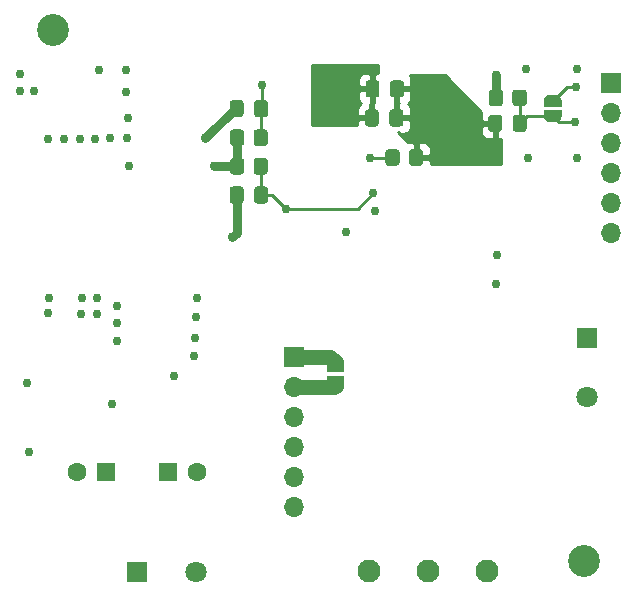
<source format=gbl>
G04 #@! TF.GenerationSoftware,KiCad,Pcbnew,(5.1.8-0-10_14)*
G04 #@! TF.CreationDate,2021-08-13T20:39:07-06:00*
G04 #@! TF.ProjectId,ESP8266_Water_Sensor,45535038-3236-4365-9f57-617465725f53,rev?*
G04 #@! TF.SameCoordinates,Original*
G04 #@! TF.FileFunction,Copper,L4,Bot*
G04 #@! TF.FilePolarity,Positive*
%FSLAX46Y46*%
G04 Gerber Fmt 4.6, Leading zero omitted, Abs format (unit mm)*
G04 Created by KiCad (PCBNEW (5.1.8-0-10_14)) date 2021-08-13 20:39:07*
%MOMM*%
%LPD*%
G01*
G04 APERTURE LIST*
G04 #@! TA.AperFunction,WasherPad*
%ADD10C,2.700000*%
G04 #@! TD*
G04 #@! TA.AperFunction,ComponentPad*
%ADD11R,1.700000X1.700000*%
G04 #@! TD*
G04 #@! TA.AperFunction,ComponentPad*
%ADD12O,1.700000X1.700000*%
G04 #@! TD*
G04 #@! TA.AperFunction,ComponentPad*
%ADD13C,1.800000*%
G04 #@! TD*
G04 #@! TA.AperFunction,ComponentPad*
%ADD14R,1.800000X1.800000*%
G04 #@! TD*
G04 #@! TA.AperFunction,SMDPad,CuDef*
%ADD15C,0.100000*%
G04 #@! TD*
G04 #@! TA.AperFunction,ComponentPad*
%ADD16C,1.950000*%
G04 #@! TD*
G04 #@! TA.AperFunction,ComponentPad*
%ADD17C,1.600000*%
G04 #@! TD*
G04 #@! TA.AperFunction,ComponentPad*
%ADD18R,1.600000X1.600000*%
G04 #@! TD*
G04 #@! TA.AperFunction,ViaPad*
%ADD19C,0.762000*%
G04 #@! TD*
G04 #@! TA.AperFunction,Conductor*
%ADD20C,0.762000*%
G04 #@! TD*
G04 #@! TA.AperFunction,Conductor*
%ADD21C,1.270000*%
G04 #@! TD*
G04 #@! TA.AperFunction,Conductor*
%ADD22C,0.254000*%
G04 #@! TD*
G04 #@! TA.AperFunction,Conductor*
%ADD23C,0.100000*%
G04 #@! TD*
G04 APERTURE END LIST*
D10*
X252730000Y-125730000D03*
G04 #@! TA.AperFunction,SMDPad,CuDef*
G36*
G01*
X234214000Y-86225400D02*
X234214000Y-85275400D01*
G75*
G02*
X234464000Y-85025400I250000J0D01*
G01*
X235139000Y-85025400D01*
G75*
G02*
X235389000Y-85275400I0J-250000D01*
G01*
X235389000Y-86225400D01*
G75*
G02*
X235139000Y-86475400I-250000J0D01*
G01*
X234464000Y-86475400D01*
G75*
G02*
X234214000Y-86225400I0J250000D01*
G01*
G37*
G04 #@! TD.AperFunction*
G04 #@! TA.AperFunction,SMDPad,CuDef*
G36*
G01*
X236289000Y-86225400D02*
X236289000Y-85275400D01*
G75*
G02*
X236539000Y-85025400I250000J0D01*
G01*
X237214000Y-85025400D01*
G75*
G02*
X237464000Y-85275400I0J-250000D01*
G01*
X237464000Y-86225400D01*
G75*
G02*
X237214000Y-86475400I-250000J0D01*
G01*
X236539000Y-86475400D01*
G75*
G02*
X236289000Y-86225400I0J250000D01*
G01*
G37*
G04 #@! TD.AperFunction*
G04 #@! TA.AperFunction,SMDPad,CuDef*
G36*
G01*
X234163200Y-88689200D02*
X234163200Y-87739200D01*
G75*
G02*
X234413200Y-87489200I250000J0D01*
G01*
X235088200Y-87489200D01*
G75*
G02*
X235338200Y-87739200I0J-250000D01*
G01*
X235338200Y-88689200D01*
G75*
G02*
X235088200Y-88939200I-250000J0D01*
G01*
X234413200Y-88939200D01*
G75*
G02*
X234163200Y-88689200I0J250000D01*
G01*
G37*
G04 #@! TD.AperFunction*
G04 #@! TA.AperFunction,SMDPad,CuDef*
G36*
G01*
X236238200Y-88689200D02*
X236238200Y-87739200D01*
G75*
G02*
X236488200Y-87489200I250000J0D01*
G01*
X237163200Y-87489200D01*
G75*
G02*
X237413200Y-87739200I0J-250000D01*
G01*
X237413200Y-88689200D01*
G75*
G02*
X237163200Y-88939200I-250000J0D01*
G01*
X236488200Y-88939200D01*
G75*
G02*
X236238200Y-88689200I0J250000D01*
G01*
G37*
G04 #@! TD.AperFunction*
G04 #@! TA.AperFunction,SMDPad,CuDef*
G36*
G01*
X223882800Y-86951800D02*
X223882800Y-87901800D01*
G75*
G02*
X223632800Y-88151800I-250000J0D01*
G01*
X222957800Y-88151800D01*
G75*
G02*
X222707800Y-87901800I0J250000D01*
G01*
X222707800Y-86951800D01*
G75*
G02*
X222957800Y-86701800I250000J0D01*
G01*
X223632800Y-86701800D01*
G75*
G02*
X223882800Y-86951800I0J-250000D01*
G01*
G37*
G04 #@! TD.AperFunction*
G04 #@! TA.AperFunction,SMDPad,CuDef*
G36*
G01*
X225957800Y-86951800D02*
X225957800Y-87901800D01*
G75*
G02*
X225707800Y-88151800I-250000J0D01*
G01*
X225032800Y-88151800D01*
G75*
G02*
X224782800Y-87901800I0J250000D01*
G01*
X224782800Y-86951800D01*
G75*
G02*
X225032800Y-86701800I250000J0D01*
G01*
X225707800Y-86701800D01*
G75*
G02*
X225957800Y-86951800I0J-250000D01*
G01*
G37*
G04 #@! TD.AperFunction*
G04 #@! TA.AperFunction,SMDPad,CuDef*
G36*
G01*
X247852600Y-88196400D02*
X247852600Y-89146400D01*
G75*
G02*
X247602600Y-89396400I-250000J0D01*
G01*
X246927600Y-89396400D01*
G75*
G02*
X246677600Y-89146400I0J250000D01*
G01*
X246677600Y-88196400D01*
G75*
G02*
X246927600Y-87946400I250000J0D01*
G01*
X247602600Y-87946400D01*
G75*
G02*
X247852600Y-88196400I0J-250000D01*
G01*
G37*
G04 #@! TD.AperFunction*
G04 #@! TA.AperFunction,SMDPad,CuDef*
G36*
G01*
X245777600Y-88196400D02*
X245777600Y-89146400D01*
G75*
G02*
X245527600Y-89396400I-250000J0D01*
G01*
X244852600Y-89396400D01*
G75*
G02*
X244602600Y-89146400I0J250000D01*
G01*
X244602600Y-88196400D01*
G75*
G02*
X244852600Y-87946400I250000J0D01*
G01*
X245527600Y-87946400D01*
G75*
G02*
X245777600Y-88196400I0J-250000D01*
G01*
G37*
G04 #@! TD.AperFunction*
G04 #@! TA.AperFunction,SMDPad,CuDef*
G36*
G01*
X225957800Y-94267000D02*
X225957800Y-95217000D01*
G75*
G02*
X225707800Y-95467000I-250000J0D01*
G01*
X225032800Y-95467000D01*
G75*
G02*
X224782800Y-95217000I0J250000D01*
G01*
X224782800Y-94267000D01*
G75*
G02*
X225032800Y-94017000I250000J0D01*
G01*
X225707800Y-94017000D01*
G75*
G02*
X225957800Y-94267000I0J-250000D01*
G01*
G37*
G04 #@! TD.AperFunction*
G04 #@! TA.AperFunction,SMDPad,CuDef*
G36*
G01*
X223882800Y-94267000D02*
X223882800Y-95217000D01*
G75*
G02*
X223632800Y-95467000I-250000J0D01*
G01*
X222957800Y-95467000D01*
G75*
G02*
X222707800Y-95217000I0J250000D01*
G01*
X222707800Y-94267000D01*
G75*
G02*
X222957800Y-94017000I250000J0D01*
G01*
X223632800Y-94017000D01*
G75*
G02*
X223882800Y-94267000I0J-250000D01*
G01*
G37*
G04 #@! TD.AperFunction*
D11*
X228142800Y-108458000D03*
D12*
X228142800Y-110998000D03*
X228142800Y-113538000D03*
X228142800Y-116078000D03*
X228142800Y-118618000D03*
X228142800Y-121158000D03*
D13*
X219884000Y-126644400D03*
D14*
X214884000Y-126644400D03*
X252984000Y-106832400D03*
D13*
X252984000Y-111832400D03*
D12*
X254965200Y-97942400D03*
X254965200Y-95402400D03*
X254965200Y-92862400D03*
X254965200Y-90322400D03*
X254965200Y-87782400D03*
D11*
X254965200Y-85242400D03*
G04 #@! TA.AperFunction,SMDPad,CuDef*
D15*
G36*
X232422798Y-110530400D02*
G01*
X232422798Y-110554934D01*
X232417988Y-110603765D01*
X232408416Y-110651890D01*
X232394172Y-110698845D01*
X232375395Y-110744178D01*
X232352264Y-110787451D01*
X232325004Y-110828250D01*
X232293876Y-110866179D01*
X232259179Y-110900876D01*
X232221250Y-110932004D01*
X232180451Y-110959264D01*
X232137178Y-110982395D01*
X232091845Y-111001172D01*
X232044890Y-111015416D01*
X231996765Y-111024988D01*
X231947934Y-111029798D01*
X231923400Y-111029798D01*
X231923400Y-111030400D01*
X231423400Y-111030400D01*
X231423400Y-111029798D01*
X231398866Y-111029798D01*
X231350035Y-111024988D01*
X231301910Y-111015416D01*
X231254955Y-111001172D01*
X231209622Y-110982395D01*
X231166349Y-110959264D01*
X231125550Y-110932004D01*
X231087621Y-110900876D01*
X231052924Y-110866179D01*
X231021796Y-110828250D01*
X230994536Y-110787451D01*
X230971405Y-110744178D01*
X230952628Y-110698845D01*
X230938384Y-110651890D01*
X230928812Y-110603765D01*
X230924002Y-110554934D01*
X230924002Y-110530400D01*
X230923400Y-110530400D01*
X230923400Y-110030400D01*
X232423400Y-110030400D01*
X232423400Y-110530400D01*
X232422798Y-110530400D01*
G37*
G04 #@! TD.AperFunction*
G04 #@! TA.AperFunction,SMDPad,CuDef*
G36*
X230923400Y-109730400D02*
G01*
X230923400Y-109230400D01*
X230924002Y-109230400D01*
X230924002Y-109205866D01*
X230928812Y-109157035D01*
X230938384Y-109108910D01*
X230952628Y-109061955D01*
X230971405Y-109016622D01*
X230994536Y-108973349D01*
X231021796Y-108932550D01*
X231052924Y-108894621D01*
X231087621Y-108859924D01*
X231125550Y-108828796D01*
X231166349Y-108801536D01*
X231209622Y-108778405D01*
X231254955Y-108759628D01*
X231301910Y-108745384D01*
X231350035Y-108735812D01*
X231398866Y-108731002D01*
X231423400Y-108731002D01*
X231423400Y-108730400D01*
X231923400Y-108730400D01*
X231923400Y-108731002D01*
X231947934Y-108731002D01*
X231996765Y-108735812D01*
X232044890Y-108745384D01*
X232091845Y-108759628D01*
X232137178Y-108778405D01*
X232180451Y-108801536D01*
X232221250Y-108828796D01*
X232259179Y-108859924D01*
X232293876Y-108894621D01*
X232325004Y-108932550D01*
X232352264Y-108973349D01*
X232375395Y-109016622D01*
X232394172Y-109061955D01*
X232408416Y-109108910D01*
X232417988Y-109157035D01*
X232422798Y-109205866D01*
X232422798Y-109230400D01*
X232423400Y-109230400D01*
X232423400Y-109730400D01*
X230923400Y-109730400D01*
G37*
G04 #@! TD.AperFunction*
G04 #@! TA.AperFunction,SMDPad,CuDef*
G36*
X249313000Y-87251400D02*
G01*
X249313000Y-86751400D01*
X249313602Y-86751400D01*
X249313602Y-86726866D01*
X249318412Y-86678035D01*
X249327984Y-86629910D01*
X249342228Y-86582955D01*
X249361005Y-86537622D01*
X249384136Y-86494349D01*
X249411396Y-86453550D01*
X249442524Y-86415621D01*
X249477221Y-86380924D01*
X249515150Y-86349796D01*
X249555949Y-86322536D01*
X249599222Y-86299405D01*
X249644555Y-86280628D01*
X249691510Y-86266384D01*
X249739635Y-86256812D01*
X249788466Y-86252002D01*
X249813000Y-86252002D01*
X249813000Y-86251400D01*
X250313000Y-86251400D01*
X250313000Y-86252002D01*
X250337534Y-86252002D01*
X250386365Y-86256812D01*
X250434490Y-86266384D01*
X250481445Y-86280628D01*
X250526778Y-86299405D01*
X250570051Y-86322536D01*
X250610850Y-86349796D01*
X250648779Y-86380924D01*
X250683476Y-86415621D01*
X250714604Y-86453550D01*
X250741864Y-86494349D01*
X250764995Y-86537622D01*
X250783772Y-86582955D01*
X250798016Y-86629910D01*
X250807588Y-86678035D01*
X250812398Y-86726866D01*
X250812398Y-86751400D01*
X250813000Y-86751400D01*
X250813000Y-87251400D01*
X249313000Y-87251400D01*
G37*
G04 #@! TD.AperFunction*
G04 #@! TA.AperFunction,SMDPad,CuDef*
G36*
X250812398Y-88051400D02*
G01*
X250812398Y-88075934D01*
X250807588Y-88124765D01*
X250798016Y-88172890D01*
X250783772Y-88219845D01*
X250764995Y-88265178D01*
X250741864Y-88308451D01*
X250714604Y-88349250D01*
X250683476Y-88387179D01*
X250648779Y-88421876D01*
X250610850Y-88453004D01*
X250570051Y-88480264D01*
X250526778Y-88503395D01*
X250481445Y-88522172D01*
X250434490Y-88536416D01*
X250386365Y-88545988D01*
X250337534Y-88550798D01*
X250313000Y-88550798D01*
X250313000Y-88551400D01*
X249813000Y-88551400D01*
X249813000Y-88550798D01*
X249788466Y-88550798D01*
X249739635Y-88545988D01*
X249691510Y-88536416D01*
X249644555Y-88522172D01*
X249599222Y-88503395D01*
X249555949Y-88480264D01*
X249515150Y-88453004D01*
X249477221Y-88421876D01*
X249442524Y-88387179D01*
X249411396Y-88349250D01*
X249384136Y-88308451D01*
X249361005Y-88265178D01*
X249342228Y-88219845D01*
X249327984Y-88172890D01*
X249318412Y-88124765D01*
X249313602Y-88075934D01*
X249313602Y-88051400D01*
X249313000Y-88051400D01*
X249313000Y-87551400D01*
X250813000Y-87551400D01*
X250813000Y-88051400D01*
X250812398Y-88051400D01*
G37*
G04 #@! TD.AperFunction*
G04 #@! TA.AperFunction,SMDPad,CuDef*
G36*
G01*
X222732800Y-90340601D02*
X222732800Y-89440599D01*
G75*
G02*
X222982799Y-89190600I249999J0D01*
G01*
X223682801Y-89190600D01*
G75*
G02*
X223932800Y-89440599I0J-249999D01*
G01*
X223932800Y-90340601D01*
G75*
G02*
X223682801Y-90590600I-249999J0D01*
G01*
X222982799Y-90590600D01*
G75*
G02*
X222732800Y-90340601I0J249999D01*
G01*
G37*
G04 #@! TD.AperFunction*
G04 #@! TA.AperFunction,SMDPad,CuDef*
G36*
G01*
X224732800Y-90340601D02*
X224732800Y-89440599D01*
G75*
G02*
X224982799Y-89190600I249999J0D01*
G01*
X225682801Y-89190600D01*
G75*
G02*
X225932800Y-89440599I0J-249999D01*
G01*
X225932800Y-90340601D01*
G75*
G02*
X225682801Y-90590600I-249999J0D01*
G01*
X224982799Y-90590600D01*
G75*
G02*
X224732800Y-90340601I0J249999D01*
G01*
G37*
G04 #@! TD.AperFunction*
G04 #@! TA.AperFunction,SMDPad,CuDef*
G36*
G01*
X244653000Y-86962401D02*
X244653000Y-86062399D01*
G75*
G02*
X244902999Y-85812400I249999J0D01*
G01*
X245603001Y-85812400D01*
G75*
G02*
X245853000Y-86062399I0J-249999D01*
G01*
X245853000Y-86962401D01*
G75*
G02*
X245603001Y-87212400I-249999J0D01*
G01*
X244902999Y-87212400D01*
G75*
G02*
X244653000Y-86962401I0J249999D01*
G01*
G37*
G04 #@! TD.AperFunction*
G04 #@! TA.AperFunction,SMDPad,CuDef*
G36*
G01*
X246653000Y-86962401D02*
X246653000Y-86062399D01*
G75*
G02*
X246902999Y-85812400I249999J0D01*
G01*
X247603001Y-85812400D01*
G75*
G02*
X247853000Y-86062399I0J-249999D01*
G01*
X247853000Y-86962401D01*
G75*
G02*
X247603001Y-87212400I-249999J0D01*
G01*
X246902999Y-87212400D01*
G75*
G02*
X246653000Y-86962401I0J249999D01*
G01*
G37*
G04 #@! TD.AperFunction*
G04 #@! TA.AperFunction,SMDPad,CuDef*
G36*
G01*
X222732800Y-92753601D02*
X222732800Y-91853599D01*
G75*
G02*
X222982799Y-91603600I249999J0D01*
G01*
X223682801Y-91603600D01*
G75*
G02*
X223932800Y-91853599I0J-249999D01*
G01*
X223932800Y-92753601D01*
G75*
G02*
X223682801Y-93003600I-249999J0D01*
G01*
X222982799Y-93003600D01*
G75*
G02*
X222732800Y-92753601I0J249999D01*
G01*
G37*
G04 #@! TD.AperFunction*
G04 #@! TA.AperFunction,SMDPad,CuDef*
G36*
G01*
X224732800Y-92753601D02*
X224732800Y-91853599D01*
G75*
G02*
X224982799Y-91603600I249999J0D01*
G01*
X225682801Y-91603600D01*
G75*
G02*
X225932800Y-91853599I0J-249999D01*
G01*
X225932800Y-92753601D01*
G75*
G02*
X225682801Y-93003600I-249999J0D01*
G01*
X224982799Y-93003600D01*
G75*
G02*
X224732800Y-92753601I0J249999D01*
G01*
G37*
G04 #@! TD.AperFunction*
G04 #@! TA.AperFunction,SMDPad,CuDef*
G36*
G01*
X237890000Y-92017001D02*
X237890000Y-91116999D01*
G75*
G02*
X238139999Y-90867000I249999J0D01*
G01*
X238840001Y-90867000D01*
G75*
G02*
X239090000Y-91116999I0J-249999D01*
G01*
X239090000Y-92017001D01*
G75*
G02*
X238840001Y-92267000I-249999J0D01*
G01*
X238139999Y-92267000D01*
G75*
G02*
X237890000Y-92017001I0J249999D01*
G01*
G37*
G04 #@! TD.AperFunction*
G04 #@! TA.AperFunction,SMDPad,CuDef*
G36*
G01*
X235890000Y-92017001D02*
X235890000Y-91116999D01*
G75*
G02*
X236139999Y-90867000I249999J0D01*
G01*
X236840001Y-90867000D01*
G75*
G02*
X237090000Y-91116999I0J-249999D01*
G01*
X237090000Y-92017001D01*
G75*
G02*
X236840001Y-92267000I-249999J0D01*
G01*
X236139999Y-92267000D01*
G75*
G02*
X235890000Y-92017001I0J249999D01*
G01*
G37*
G04 #@! TD.AperFunction*
D16*
X234492800Y-126593600D03*
X239492800Y-126593600D03*
X244492800Y-126593600D03*
D17*
X209742400Y-118211600D03*
D18*
X212242400Y-118211600D03*
X217474800Y-118211600D03*
D17*
X219974800Y-118211600D03*
D10*
X207772000Y-80772000D03*
D19*
X210007200Y-89966800D03*
X211328000Y-89966800D03*
X212598000Y-89916000D03*
X208686400Y-89966800D03*
X207365600Y-90017600D03*
X214020400Y-89916000D03*
X214071200Y-88239600D03*
X214223600Y-92303600D03*
X230331600Y-84069600D03*
X234793200Y-84069600D03*
X245287800Y-102285800D03*
X221386400Y-92303600D03*
X245253000Y-84547200D03*
X205536800Y-110642400D03*
X205740000Y-116535200D03*
X207416400Y-103428800D03*
X207365600Y-104698800D03*
X206146400Y-85953600D03*
X204927200Y-85953600D03*
X204927200Y-84531200D03*
X211632800Y-84124800D03*
X213918800Y-84124800D03*
X213969600Y-86004400D03*
X219913200Y-103479600D03*
X219862400Y-105054400D03*
X219811600Y-106883200D03*
X219710000Y-108407200D03*
X217982800Y-110032800D03*
X247802400Y-84074000D03*
X252116000Y-84069600D03*
X247977610Y-91569600D03*
X252143200Y-91569600D03*
X234994000Y-96069600D03*
X232550000Y-97879200D03*
X220624400Y-89930800D03*
X222946400Y-98262000D03*
X245313200Y-99822000D03*
X242400000Y-87495200D03*
X238988600Y-85267800D03*
X238912400Y-86588600D03*
X238937800Y-88214200D03*
X238887000Y-89712800D03*
X245135400Y-91186000D03*
X212734400Y-112455200D03*
X210210400Y-103428800D03*
X211480400Y-103428800D03*
X210159600Y-104851200D03*
X211480400Y-104851200D03*
X213156800Y-104140000D03*
X213156800Y-105562400D03*
X213156800Y-107086400D03*
X225414400Y-85430800D03*
X251917000Y-88569600D03*
X227460400Y-95888400D03*
X234879200Y-94569600D03*
X252015800Y-85569600D03*
X234594400Y-91567000D03*
D20*
X223332800Y-89890600D02*
X223332800Y-92303600D01*
X223332800Y-92303600D02*
X221386400Y-92303600D01*
X221386400Y-92303600D02*
X221386400Y-92303600D01*
X245253000Y-86512400D02*
X245253000Y-84547200D01*
X245253000Y-84547200D02*
X245253000Y-84547200D01*
D21*
X231244010Y-108458000D02*
X231673400Y-108887390D01*
X228142800Y-108458000D02*
X231244010Y-108458000D01*
D20*
X223295300Y-97913100D02*
X222946400Y-98262000D01*
X223295300Y-94742000D02*
X223295300Y-97913100D01*
X223128400Y-87426800D02*
X220624400Y-89930800D01*
X223295300Y-87426800D02*
X223128400Y-87426800D01*
D22*
X225414400Y-87382700D02*
X225370300Y-87426800D01*
X225414400Y-85430800D02*
X225414400Y-87382700D01*
X225370300Y-89853100D02*
X225332800Y-89890600D01*
X225370300Y-87426800D02*
X225370300Y-89853100D01*
X250581200Y-88569600D02*
X250063000Y-88051400D01*
X251917000Y-88569600D02*
X250581200Y-88569600D01*
X247885100Y-88051400D02*
X247265100Y-88671400D01*
X250063000Y-88051400D02*
X247885100Y-88051400D01*
X247265100Y-86524500D02*
X247253000Y-86512400D01*
X247265100Y-88671400D02*
X247265100Y-86524500D01*
X225332800Y-94704500D02*
X225370300Y-94742000D01*
X225332800Y-92303600D02*
X225332800Y-94704500D01*
X226314000Y-94742000D02*
X227460400Y-95888400D01*
X225370300Y-94742000D02*
X226314000Y-94742000D01*
X233560400Y-95888400D02*
X234879200Y-94569600D01*
X227460400Y-95888400D02*
X233560400Y-95888400D01*
D21*
X231548810Y-110998000D02*
X231673400Y-110873410D01*
X228142800Y-110998000D02*
X231548810Y-110998000D01*
D22*
X251244800Y-85569600D02*
X250063000Y-86751400D01*
X252015800Y-85569600D02*
X251244800Y-85569600D01*
X236490000Y-91567000D02*
X234594400Y-91567000D01*
X234594400Y-91567000D02*
X234594400Y-91567000D01*
X235254800Y-84388694D02*
X235087250Y-84390400D01*
X234928500Y-84549150D01*
X234928500Y-85623400D01*
X234948500Y-85623400D01*
X234948500Y-85877400D01*
X234928500Y-85877400D01*
X234928500Y-86951650D01*
X234933750Y-86956900D01*
X234877700Y-87012950D01*
X234877700Y-88087200D01*
X234897700Y-88087200D01*
X234897700Y-88341200D01*
X234877700Y-88341200D01*
X234877700Y-88361200D01*
X234623700Y-88361200D01*
X234623700Y-88341200D01*
X233686950Y-88341200D01*
X233528200Y-88499950D01*
X233525935Y-88823800D01*
X229641400Y-88823800D01*
X229641400Y-87489200D01*
X233525128Y-87489200D01*
X233528200Y-87928450D01*
X233686950Y-88087200D01*
X234623700Y-88087200D01*
X234623700Y-87012950D01*
X234618450Y-87007700D01*
X234674500Y-86951650D01*
X234674500Y-85877400D01*
X233737750Y-85877400D01*
X233579000Y-86036150D01*
X233575928Y-86475400D01*
X233588188Y-86599882D01*
X233624498Y-86719580D01*
X233683463Y-86829894D01*
X233762815Y-86926585D01*
X233805304Y-86961455D01*
X233712015Y-87038015D01*
X233632663Y-87134706D01*
X233573698Y-87245020D01*
X233537388Y-87364718D01*
X233525128Y-87489200D01*
X229641400Y-87489200D01*
X229641400Y-85025400D01*
X233575928Y-85025400D01*
X233579000Y-85464650D01*
X233737750Y-85623400D01*
X234674500Y-85623400D01*
X234674500Y-84549150D01*
X234515750Y-84390400D01*
X234214000Y-84387328D01*
X234089518Y-84399588D01*
X233969820Y-84435898D01*
X233859506Y-84494863D01*
X233762815Y-84574215D01*
X233683463Y-84670906D01*
X233624498Y-84781220D01*
X233588188Y-84900918D01*
X233575928Y-85025400D01*
X229641400Y-85025400D01*
X229641400Y-83769200D01*
X235254800Y-83769200D01*
X235254800Y-84388694D01*
G04 #@! TA.AperFunction,Conductor*
D23*
G36*
X235254800Y-84388694D02*
G01*
X235087250Y-84390400D01*
X234928500Y-84549150D01*
X234928500Y-85623400D01*
X234948500Y-85623400D01*
X234948500Y-85877400D01*
X234928500Y-85877400D01*
X234928500Y-86951650D01*
X234933750Y-86956900D01*
X234877700Y-87012950D01*
X234877700Y-88087200D01*
X234897700Y-88087200D01*
X234897700Y-88341200D01*
X234877700Y-88341200D01*
X234877700Y-88361200D01*
X234623700Y-88361200D01*
X234623700Y-88341200D01*
X233686950Y-88341200D01*
X233528200Y-88499950D01*
X233525935Y-88823800D01*
X229641400Y-88823800D01*
X229641400Y-87489200D01*
X233525128Y-87489200D01*
X233528200Y-87928450D01*
X233686950Y-88087200D01*
X234623700Y-88087200D01*
X234623700Y-87012950D01*
X234618450Y-87007700D01*
X234674500Y-86951650D01*
X234674500Y-85877400D01*
X233737750Y-85877400D01*
X233579000Y-86036150D01*
X233575928Y-86475400D01*
X233588188Y-86599882D01*
X233624498Y-86719580D01*
X233683463Y-86829894D01*
X233762815Y-86926585D01*
X233805304Y-86961455D01*
X233712015Y-87038015D01*
X233632663Y-87134706D01*
X233573698Y-87245020D01*
X233537388Y-87364718D01*
X233525128Y-87489200D01*
X229641400Y-87489200D01*
X229641400Y-85025400D01*
X233575928Y-85025400D01*
X233579000Y-85464650D01*
X233737750Y-85623400D01*
X234674500Y-85623400D01*
X234674500Y-84549150D01*
X234515750Y-84390400D01*
X234214000Y-84387328D01*
X234089518Y-84399588D01*
X233969820Y-84435898D01*
X233859506Y-84494863D01*
X233762815Y-84574215D01*
X233683463Y-84670906D01*
X233624498Y-84781220D01*
X233588188Y-84900918D01*
X233575928Y-85025400D01*
X229641400Y-85025400D01*
X229641400Y-83769200D01*
X235254800Y-83769200D01*
X235254800Y-84388694D01*
G37*
G04 #@! TD.AperFunction*
D22*
X244030416Y-87669822D02*
X244013098Y-87702220D01*
X243976788Y-87821918D01*
X243964528Y-87946400D01*
X243967600Y-88385650D01*
X244126350Y-88544400D01*
X245063100Y-88544400D01*
X245063100Y-88524400D01*
X245317100Y-88524400D01*
X245317100Y-88544400D01*
X245337100Y-88544400D01*
X245337100Y-88798400D01*
X245317100Y-88798400D01*
X245317100Y-89872650D01*
X245475850Y-90031400D01*
X245668800Y-90033364D01*
X245668800Y-92125800D01*
X239727025Y-92125800D01*
X239725000Y-91852750D01*
X239566250Y-91694000D01*
X238617000Y-91694000D01*
X238617000Y-91714000D01*
X238363000Y-91714000D01*
X238363000Y-91694000D01*
X238343000Y-91694000D01*
X238343000Y-91440000D01*
X238363000Y-91440000D01*
X238363000Y-90390750D01*
X238617000Y-90390750D01*
X238617000Y-91440000D01*
X239566250Y-91440000D01*
X239725000Y-91281250D01*
X239728072Y-90867000D01*
X239715812Y-90742518D01*
X239679502Y-90622820D01*
X239620537Y-90512506D01*
X239541185Y-90415815D01*
X239444494Y-90336463D01*
X239334180Y-90277498D01*
X239214482Y-90241188D01*
X239090000Y-90228928D01*
X238775750Y-90232000D01*
X238617000Y-90390750D01*
X238363000Y-90390750D01*
X238204250Y-90232000D01*
X237890000Y-90228928D01*
X237766133Y-90241127D01*
X236952702Y-89427696D01*
X236952702Y-89415452D01*
X237111450Y-89574200D01*
X237413200Y-89577272D01*
X237537682Y-89565012D01*
X237657380Y-89528702D01*
X237767694Y-89469737D01*
X237857055Y-89396400D01*
X243964528Y-89396400D01*
X243976788Y-89520882D01*
X244013098Y-89640580D01*
X244072063Y-89750894D01*
X244151415Y-89847585D01*
X244248106Y-89926937D01*
X244358420Y-89985902D01*
X244478118Y-90022212D01*
X244602600Y-90034472D01*
X244904350Y-90031400D01*
X245063100Y-89872650D01*
X245063100Y-88798400D01*
X244126350Y-88798400D01*
X243967600Y-88957150D01*
X243964528Y-89396400D01*
X237857055Y-89396400D01*
X237864385Y-89390385D01*
X237943737Y-89293694D01*
X238002702Y-89183380D01*
X238039012Y-89063682D01*
X238051272Y-88939200D01*
X238048200Y-88499950D01*
X237889450Y-88341200D01*
X236952700Y-88341200D01*
X236952700Y-88361200D01*
X236698700Y-88361200D01*
X236698700Y-88341200D01*
X236678700Y-88341200D01*
X236678700Y-88087200D01*
X236698700Y-88087200D01*
X236698700Y-87012950D01*
X236952700Y-87012950D01*
X236952700Y-88087200D01*
X237889450Y-88087200D01*
X238048200Y-87928450D01*
X238051272Y-87489200D01*
X238039012Y-87364718D01*
X238002702Y-87245020D01*
X237943737Y-87134706D01*
X237864385Y-87038015D01*
X237821896Y-87003145D01*
X237915185Y-86926585D01*
X237994537Y-86829894D01*
X238053502Y-86719580D01*
X238089812Y-86599882D01*
X238102072Y-86475400D01*
X238099000Y-86036150D01*
X237940250Y-85877400D01*
X237003500Y-85877400D01*
X237003500Y-86951650D01*
X237008750Y-86956900D01*
X236952700Y-87012950D01*
X236698700Y-87012950D01*
X236693450Y-87007700D01*
X236749500Y-86951650D01*
X236749500Y-85877400D01*
X236729500Y-85877400D01*
X236729500Y-85623400D01*
X236749500Y-85623400D01*
X236749500Y-85603400D01*
X237003500Y-85603400D01*
X237003500Y-85623400D01*
X237940250Y-85623400D01*
X238099000Y-85464650D01*
X238102072Y-85025400D01*
X238089812Y-84900918D01*
X238053502Y-84781220D01*
X237994537Y-84670906D01*
X237942419Y-84607400D01*
X240967994Y-84607400D01*
X244030416Y-87669822D01*
G04 #@! TA.AperFunction,Conductor*
D23*
G36*
X244030416Y-87669822D02*
G01*
X244013098Y-87702220D01*
X243976788Y-87821918D01*
X243964528Y-87946400D01*
X243967600Y-88385650D01*
X244126350Y-88544400D01*
X245063100Y-88544400D01*
X245063100Y-88524400D01*
X245317100Y-88524400D01*
X245317100Y-88544400D01*
X245337100Y-88544400D01*
X245337100Y-88798400D01*
X245317100Y-88798400D01*
X245317100Y-89872650D01*
X245475850Y-90031400D01*
X245668800Y-90033364D01*
X245668800Y-92125800D01*
X239727025Y-92125800D01*
X239725000Y-91852750D01*
X239566250Y-91694000D01*
X238617000Y-91694000D01*
X238617000Y-91714000D01*
X238363000Y-91714000D01*
X238363000Y-91694000D01*
X238343000Y-91694000D01*
X238343000Y-91440000D01*
X238363000Y-91440000D01*
X238363000Y-90390750D01*
X238617000Y-90390750D01*
X238617000Y-91440000D01*
X239566250Y-91440000D01*
X239725000Y-91281250D01*
X239728072Y-90867000D01*
X239715812Y-90742518D01*
X239679502Y-90622820D01*
X239620537Y-90512506D01*
X239541185Y-90415815D01*
X239444494Y-90336463D01*
X239334180Y-90277498D01*
X239214482Y-90241188D01*
X239090000Y-90228928D01*
X238775750Y-90232000D01*
X238617000Y-90390750D01*
X238363000Y-90390750D01*
X238204250Y-90232000D01*
X237890000Y-90228928D01*
X237766133Y-90241127D01*
X236952702Y-89427696D01*
X236952702Y-89415452D01*
X237111450Y-89574200D01*
X237413200Y-89577272D01*
X237537682Y-89565012D01*
X237657380Y-89528702D01*
X237767694Y-89469737D01*
X237857055Y-89396400D01*
X243964528Y-89396400D01*
X243976788Y-89520882D01*
X244013098Y-89640580D01*
X244072063Y-89750894D01*
X244151415Y-89847585D01*
X244248106Y-89926937D01*
X244358420Y-89985902D01*
X244478118Y-90022212D01*
X244602600Y-90034472D01*
X244904350Y-90031400D01*
X245063100Y-89872650D01*
X245063100Y-88798400D01*
X244126350Y-88798400D01*
X243967600Y-88957150D01*
X243964528Y-89396400D01*
X237857055Y-89396400D01*
X237864385Y-89390385D01*
X237943737Y-89293694D01*
X238002702Y-89183380D01*
X238039012Y-89063682D01*
X238051272Y-88939200D01*
X238048200Y-88499950D01*
X237889450Y-88341200D01*
X236952700Y-88341200D01*
X236952700Y-88361200D01*
X236698700Y-88361200D01*
X236698700Y-88341200D01*
X236678700Y-88341200D01*
X236678700Y-88087200D01*
X236698700Y-88087200D01*
X236698700Y-87012950D01*
X236952700Y-87012950D01*
X236952700Y-88087200D01*
X237889450Y-88087200D01*
X238048200Y-87928450D01*
X238051272Y-87489200D01*
X238039012Y-87364718D01*
X238002702Y-87245020D01*
X237943737Y-87134706D01*
X237864385Y-87038015D01*
X237821896Y-87003145D01*
X237915185Y-86926585D01*
X237994537Y-86829894D01*
X238053502Y-86719580D01*
X238089812Y-86599882D01*
X238102072Y-86475400D01*
X238099000Y-86036150D01*
X237940250Y-85877400D01*
X237003500Y-85877400D01*
X237003500Y-86951650D01*
X237008750Y-86956900D01*
X236952700Y-87012950D01*
X236698700Y-87012950D01*
X236693450Y-87007700D01*
X236749500Y-86951650D01*
X236749500Y-85877400D01*
X236729500Y-85877400D01*
X236729500Y-85623400D01*
X236749500Y-85623400D01*
X236749500Y-85603400D01*
X237003500Y-85603400D01*
X237003500Y-85623400D01*
X237940250Y-85623400D01*
X238099000Y-85464650D01*
X238102072Y-85025400D01*
X238089812Y-84900918D01*
X238053502Y-84781220D01*
X237994537Y-84670906D01*
X237942419Y-84607400D01*
X240967994Y-84607400D01*
X244030416Y-87669822D01*
G37*
G04 #@! TD.AperFunction*
M02*

</source>
